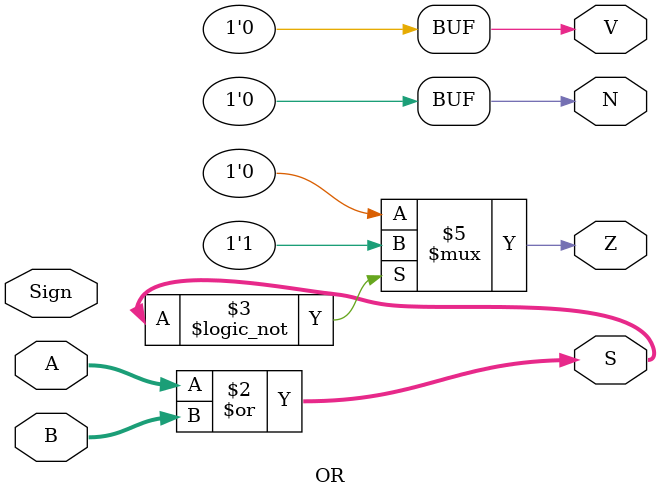
<source format=v>
`timescale 1ns / 1ps

module OR( A, B, Sign, S, Z, V, N);

    input [31:0] A;
    input [31:0] B;
    input Sign;

    output reg [31:0] S;
    output reg Z;
    output reg V;
    output reg N;

    always@(*)
    begin
        S = A | B;
        V = 0;
        N = 0;
        if (S == 0) Z = 1;
        else Z = 0;
    end

endmodule

</source>
